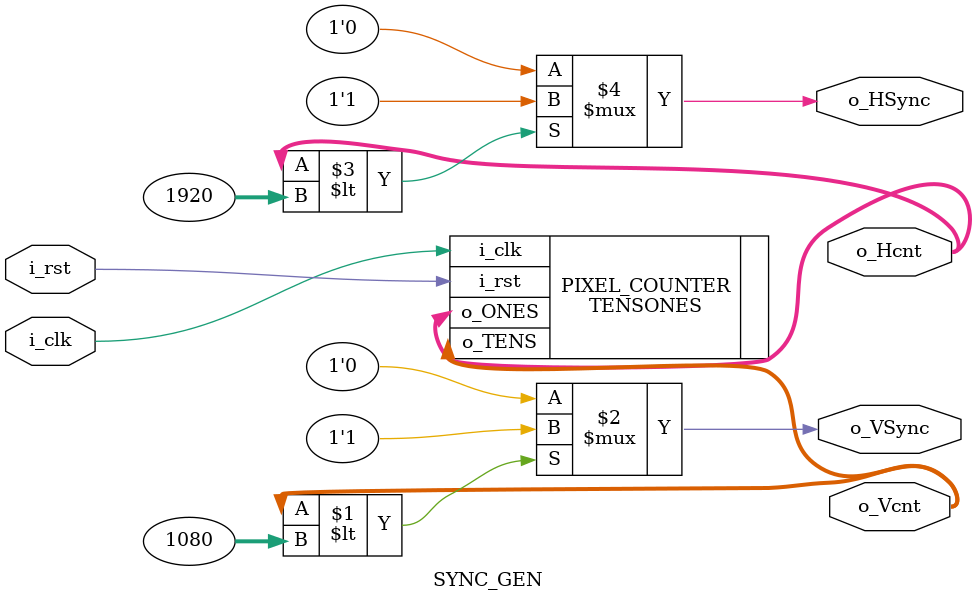
<source format=v>
/* Generate Sync signal */
module SYNC_GEN
#(
    parameter ACTIVE_VERTICAL = 1080    ,
    parameter ACTICE_HORIZONTAL = 1920  ,
    parameter COUNT_DEPTH = 12
)
(
    /* input port */
    input			            i_clk   ,
    input			            i_rst	,

    /* output port */
    output                      o_VSync ,
    output                      o_HSync ,
    output  [COUNT_DEPTH-1:0]   o_Vcnt  ,
    output  [COUNT_DEPTH-1:0]   o_Hcnt         
);  
    
    /* Vertical & Horizontral pixel counter */
    /* instance 2digit counter */
    TENSONES #(.W(COUNT_DEPTH))
    PIXEL_COUNTER
    (
        //input
        .i_clk(i_clk)                   ,
        .i_rst(i_rst)                   ,

        //output
        .o_TENS(o_Vcnt)                 ,
        .o_ONES(o_Hcnt)     
    );
    
    /* Assign output */
    assign o_VSync = (o_Vcnt < ACTIVE_VERTICAL) ? 1'b1 : 1'b0;
    assign o_HSync = (o_Hcnt < ACTICE_HORIZONTAL) ? 1'b1 : 1'b0;

endmodule
</source>
